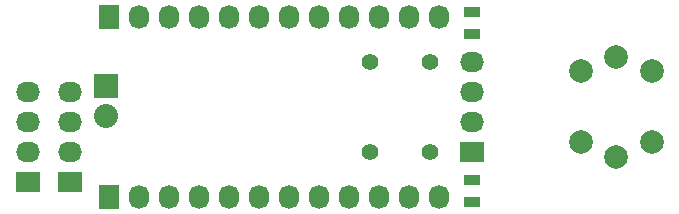
<source format=gbr>
G04 #@! TF.FileFunction,Soldermask,Bot*
%FSLAX46Y46*%
G04 Gerber Fmt 4.6, Leading zero omitted, Abs format (unit mm)*
G04 Created by KiCad (PCBNEW (2014-10-31 BZR 5247)-product) date Sonntag, 14. Dezember 2014 16:47:01*
%MOMM*%
G01*
G04 APERTURE LIST*
%ADD10C,0.100000*%
%ADD11R,2.032000X2.032000*%
%ADD12O,2.032000X2.032000*%
%ADD13R,2.032000X1.727200*%
%ADD14O,2.032000X1.727200*%
%ADD15R,1.727200X2.032000*%
%ADD16O,1.727200X2.032000*%
%ADD17C,2.000000*%
%ADD18C,1.397000*%
%ADD19R,1.397000X0.889000*%
G04 APERTURE END LIST*
D10*
D11*
X138684000Y-143002000D03*
D12*
X138684000Y-145542000D03*
D13*
X135636000Y-151130000D03*
D14*
X135636000Y-148590000D03*
X135636000Y-146050000D03*
X135636000Y-143510000D03*
D13*
X132080000Y-151130000D03*
D14*
X132080000Y-148590000D03*
X132080000Y-146050000D03*
X132080000Y-143510000D03*
D15*
X138938000Y-152400000D03*
D16*
X141478000Y-152400000D03*
X144018000Y-152400000D03*
X146558000Y-152400000D03*
X149098000Y-152400000D03*
X151638000Y-152400000D03*
X154178000Y-152400000D03*
X156718000Y-152400000D03*
X159258000Y-152400000D03*
X161798000Y-152400000D03*
X164338000Y-152400000D03*
X166878000Y-152400000D03*
D15*
X138938000Y-137160000D03*
D16*
X141478000Y-137160000D03*
X144018000Y-137160000D03*
X146558000Y-137160000D03*
X149098000Y-137160000D03*
X151638000Y-137160000D03*
X154178000Y-137160000D03*
X156718000Y-137160000D03*
X159258000Y-137160000D03*
X161798000Y-137160000D03*
X164338000Y-137160000D03*
X166878000Y-137160000D03*
D17*
X181864000Y-149030000D03*
X181864000Y-140530000D03*
X184869000Y-147785000D03*
X178859000Y-147785000D03*
X178859000Y-141775000D03*
X184869000Y-141775000D03*
D18*
X161036000Y-140970000D03*
X166116000Y-140970000D03*
X161036000Y-148590000D03*
X166116000Y-148590000D03*
D13*
X169680000Y-148598000D03*
D14*
X169680000Y-146058000D03*
X169680000Y-143518000D03*
X169680000Y-140978000D03*
D19*
X169672000Y-138620500D03*
X169672000Y-136715500D03*
X169672000Y-150939500D03*
X169672000Y-152844500D03*
M02*

</source>
